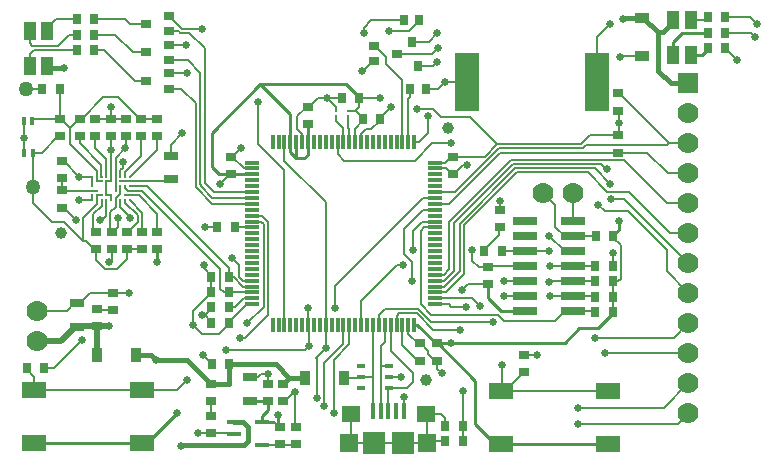
<source format=gtl>
G04*
G04 #@! TF.GenerationSoftware,Altium Limited,Altium Designer,18.1.9 (240)*
G04*
G04 Layer_Physical_Order=1*
G04 Layer_Color=255*
%FSLAX24Y24*%
%MOIN*%
G70*
G01*
G75*
%ADD10C,0.0100*%
%ADD12C,0.0070*%
%ADD28R,0.0787X0.1969*%
%ADD29R,0.0270X0.0350*%
%ADD30R,0.0350X0.0270*%
%ADD31R,0.0433X0.0591*%
%ADD32R,0.0830X0.0550*%
%ADD33R,0.0354X0.0276*%
%ADD34R,0.0276X0.0354*%
%ADD35R,0.0787X0.0250*%
%ADD36R,0.0480X0.0360*%
%ADD37R,0.0472X0.0118*%
%ADD38R,0.0118X0.0472*%
%ADD39C,0.0098*%
%ADD40R,0.0472X0.0177*%
%ADD41R,0.0360X0.0480*%
%ADD42R,0.0500X0.0315*%
%ADD43R,0.0630X0.0551*%
%ADD44R,0.0157X0.0531*%
%ADD45R,0.0748X0.0748*%
%ADD46R,0.0276X0.0177*%
%ADD48C,0.0102*%
%ADD75R,0.0157X0.0276*%
%ADD76C,0.0394*%
%ADD77C,0.0150*%
%ADD78C,0.0200*%
%ADD79C,0.0700*%
%ADD80R,0.0700X0.0700*%
%ADD81R,0.0630X0.0630*%
%ADD82C,0.0500*%
%ADD83C,0.0260*%
D10*
X7250Y9469D02*
X7949D01*
X22585Y13439D02*
X22949D01*
X23150Y13640D01*
Y13680D01*
X21995Y13439D02*
Y13895D01*
X22290Y14190D01*
X23150D01*
X20170Y7620D02*
Y7900D01*
X20000Y7450D02*
X20170Y7620D01*
X20000Y7400D02*
Y7450D01*
X19980Y4840D02*
Y4890D01*
X19490Y4350D02*
X19980Y4840D01*
X18860Y4350D02*
X19490D01*
X18370Y3860D02*
X18860Y4350D01*
X14580Y3860D02*
X18370D01*
X15830Y5330D02*
Y5800D01*
Y5330D02*
X16260Y4900D01*
X17050D01*
X14150Y3830D02*
X14550D01*
X14110D02*
X14150D01*
X14550D02*
X14580Y3860D01*
X6860Y9479D02*
X7209D01*
X8230Y12470D02*
X9228Y11472D01*
Y10551D02*
Y11472D01*
X8230Y12470D02*
X11090D01*
X6620Y10860D02*
X8230Y12470D01*
X11090D02*
X11520Y12040D01*
X6620Y9719D02*
X6860Y9479D01*
X6620Y9719D02*
Y10860D01*
X11520Y12020D02*
Y12040D01*
X9819Y10551D02*
Y11131D01*
X9425Y10000D02*
X9690D01*
X9819Y10129D01*
Y10551D01*
X9425Y10000D02*
Y10551D01*
X9228Y10197D02*
X9425Y10000D01*
X9228Y10197D02*
Y10551D01*
X8810Y1140D02*
Y1440D01*
Y1140D02*
X8900Y1050D01*
X4445Y515D02*
X5440Y1510D01*
X4280Y515D02*
X4445D01*
X700D02*
X4280D01*
X15390Y1150D02*
Y2590D01*
X14150Y3830D02*
X15390Y2590D01*
X13362Y4449D02*
X13451D01*
X14070Y3830D01*
X14110D01*
X16240Y485D02*
X19820D01*
X16055D02*
X16240D01*
X15390Y1150D02*
X16055Y485D01*
X8271Y1200D02*
Y1421D01*
X8470Y1620D01*
Y1900D01*
X7871Y1920D02*
X8450D01*
X2028Y5168D02*
X2121D01*
X4800Y6550D02*
Y6970D01*
X8271Y1200D02*
X8700D01*
D12*
X11670Y14170D02*
Y14360D01*
X11934Y14624D01*
X11610Y12900D02*
X11660D01*
X11994Y13234D01*
X12026D01*
X13810Y10850D02*
Y11400D01*
X13511Y10551D02*
X13810Y10850D01*
X21850Y10500D02*
Y10510D01*
X20190Y12170D02*
X21850Y10510D01*
Y10500D02*
X22500D01*
X21780Y10430D02*
X21850Y10500D01*
X19070Y10430D02*
X21780D01*
X20150Y12170D02*
X20190D01*
X20150Y10770D02*
X20190Y10810D01*
X20150Y11590D02*
X20190Y11550D01*
Y11190D02*
Y11550D01*
Y10810D02*
Y11190D01*
X6590Y5540D02*
Y6090D01*
X19980Y4890D02*
Y5900D01*
X13362Y10551D02*
X13511D01*
X13960Y10510D02*
X14590D01*
X13370Y9920D02*
X13960Y10510D01*
X13746Y12316D02*
X14166D01*
X14400Y12550D01*
X15105D01*
X11934Y14624D02*
X13014D01*
X19435Y12550D02*
Y14045D01*
X19870Y14480D01*
X20230Y13380D02*
X20249Y13399D01*
X20961D01*
X23730Y14190D02*
X24570D01*
X24730Y14030D01*
X24540Y14700D02*
X24770Y14470D01*
X23730Y14700D02*
X24540D01*
X13450Y11630D02*
X13990D01*
X13165Y10551D02*
Y11970D01*
X12968Y10551D02*
Y12612D01*
X12510Y14230D02*
X13180D01*
X13526Y14576D01*
Y14624D01*
X12420Y13160D02*
Y13390D01*
X12064Y13746D02*
X12420Y13390D01*
X12026Y13746D02*
X12064D01*
X12420Y13160D02*
X12968Y12612D01*
X13165Y11970D02*
X13234Y12039D01*
Y12316D01*
X13490Y13064D02*
X13984D01*
X14130Y13210D01*
X12774Y13490D02*
X13940D01*
X14140Y13690D01*
X13270Y13876D02*
X13836D01*
X14130Y14170D01*
X13990Y11630D02*
X14250Y11370D01*
X15212D01*
X16112Y10470D01*
X19230Y10770D02*
X20150D01*
X18930Y10470D02*
X19230Y10770D01*
X16112Y10470D02*
X18930D01*
X20150Y10190D02*
X21120D01*
X16228D02*
X20150D01*
X21120D02*
X21810Y9500D01*
X23071Y14621D02*
X23150Y14700D01*
X22585Y14621D02*
X23071D01*
X23730Y13680D02*
X24130Y13280D01*
X5856Y14190D02*
X6370Y13676D01*
X5560Y14190D02*
X5856D01*
X5516Y14234D02*
X5560Y14190D01*
X5174Y14234D02*
X5516D01*
X5610Y14310D02*
X6300D01*
X5174Y14746D02*
X5610Y14310D01*
X16654Y9810D02*
X19580D01*
X19740Y9650D02*
X19790D01*
X19580Y9810D02*
X19740Y9650D01*
X19390Y9670D02*
X19900Y9160D01*
X16712Y9670D02*
X19390D01*
X19920Y8630D02*
X19940Y8650D01*
X20350D01*
X21770Y6230D02*
Y6960D01*
X20490Y8240D02*
X21770Y6960D01*
X19710Y8240D02*
X20490D01*
X21770Y6230D02*
X22500Y5500D01*
X19490Y8460D02*
X19710Y8240D01*
X19800Y8870D02*
X20530D01*
X7270Y6680D02*
X7510Y6440D01*
Y6060D02*
Y6440D01*
Y6060D02*
X7645Y5925D01*
X7949D01*
X3470Y7710D02*
Y8010D01*
X3310Y7550D02*
X3470Y7710D01*
X3270Y7550D02*
X3310D01*
X3211Y8197D02*
X3409Y8395D01*
X3211Y8134D02*
Y8197D01*
X3210Y8133D02*
X3211Y8134D01*
X3210Y7610D02*
Y8133D01*
Y7610D02*
X3270Y7550D01*
X2880Y7940D02*
X2940D01*
X3090Y8090D01*
X2660Y7650D02*
Y8145D01*
X2935Y8420D01*
X638Y8502D02*
Y10165D01*
X2778Y8481D02*
Y8606D01*
X2320Y8024D02*
X2778Y8481D01*
X2320Y7250D02*
Y8024D01*
X2660Y7650D02*
X2760Y7550D01*
X2320Y7250D02*
X2420D01*
X3880Y8010D02*
Y8050D01*
X3565Y8365D02*
X3880Y8050D01*
X3722Y8528D02*
X4140Y8110D01*
Y7870D02*
Y8110D01*
X3820Y7550D02*
X4140Y7870D01*
X3722Y8528D02*
Y8606D01*
X2196Y9394D02*
X2620D01*
X3780Y7550D02*
X3820D01*
X4290D02*
Y8196D01*
X3880Y8606D02*
X4290Y8196D01*
X4280Y8910D02*
X6890Y6300D01*
X3828Y8910D02*
X4280D01*
X6890Y5660D02*
Y6300D01*
X2220Y11310D02*
X2270D01*
X3000Y12040D01*
X3500D01*
X4220Y11320D01*
X4260D01*
X17010Y3460D02*
X17460D01*
X16385Y2255D02*
X19820D01*
X16240D02*
X16385D01*
X17010Y2880D01*
X1700Y7870D02*
X2320Y7250D01*
X1270Y7870D02*
X1700D01*
X638Y8502D02*
X1270Y7870D01*
X2420Y7250D02*
X2700Y6970D01*
X1630Y9340D02*
X1630Y9340D01*
X1630Y8930D02*
Y9340D01*
Y8930D02*
X1639Y8921D01*
X2778D01*
X4260Y11320D02*
X4770D01*
X2730Y11310D02*
X3240D01*
X2778Y9236D02*
Y9394D01*
X1880Y10490D02*
X2778Y9592D01*
Y9394D02*
Y9592D01*
X1880Y10490D02*
Y11000D01*
X352Y11260D02*
X362Y11250D01*
Y10682D02*
Y11250D01*
Y10165D02*
Y10682D01*
X8160Y10480D02*
Y11880D01*
Y10480D02*
X9031Y9609D01*
Y4449D02*
Y9609D01*
X15136Y5800D02*
X15830D01*
X14946Y5610D02*
X15136Y5800D01*
X13990Y4290D02*
X14870D01*
X13440Y4840D02*
X13990Y4290D01*
X6880Y9150D02*
X7209Y9479D01*
X7250D01*
X11560Y12020D02*
X12210D01*
X11520Y11727D02*
Y12020D01*
X7291Y10059D02*
X7299D01*
X7250D02*
X7291D01*
X7299D02*
X7570Y10330D01*
X7685Y9665D02*
X7949D01*
X7291Y10059D02*
X7685Y9665D01*
X6380Y7710D02*
X6800D01*
X1340Y3010D02*
X2280Y3950D01*
X1020Y3010D02*
X1340D01*
X440Y2970D02*
Y3010D01*
Y2970D02*
X700Y2710D01*
Y2285D02*
Y2710D01*
X680Y13610D02*
X2120D01*
X1470Y13750D02*
X1840Y14120D01*
X622Y13750D02*
X1470D01*
X1840Y14120D02*
X2120D01*
X6370Y9190D02*
Y13676D01*
X15702Y10060D02*
X16112Y10470D01*
X14718Y8878D02*
X16170Y10330D01*
X14522Y8484D02*
X16228Y10190D01*
X19730Y3500D02*
X22500D01*
X22020Y4020D02*
X22500Y4500D01*
X19370Y4020D02*
X22020D01*
X10120Y2020D02*
Y3340D01*
X10100Y3360D02*
X10120Y3340D01*
X10360Y1740D02*
Y3178D01*
X10670Y3290D02*
X11197Y3817D01*
X10670Y1500D02*
Y3290D01*
X10360Y3178D02*
X11000Y3818D01*
X10100Y3360D02*
X10409Y3669D01*
X22160Y1160D02*
X22500Y1500D01*
X18820Y1160D02*
X22160D01*
X21670Y1670D02*
X22500Y2500D01*
X18820Y1670D02*
X21670D01*
X14980Y1090D02*
Y2240D01*
X14970Y1080D02*
X14980Y1090D01*
X9713Y3620D02*
X9852Y3758D01*
X7070Y3620D02*
X9713D01*
X5444Y2285D02*
X5769Y2610D01*
X4280Y2285D02*
X5444D01*
X8490Y4780D02*
Y7890D01*
X7710Y4000D02*
X8490Y4780D01*
X7540Y4000D02*
X7710D01*
X9360Y2220D02*
X9400D01*
X9040Y1900D02*
X9360Y2220D01*
X9400Y1060D02*
Y2220D01*
Y1060D02*
X9410Y1050D01*
X16280Y2295D02*
Y3120D01*
X16240Y2255D02*
X16280Y2295D01*
X9852Y3758D02*
Y4416D01*
X10409Y3669D02*
Y4449D01*
X6160Y840D02*
X6590D01*
X6332Y3440D02*
X6610Y3162D01*
Y3130D02*
Y3162D01*
X3310Y5520D02*
X3840D01*
X700Y2285D02*
X4280D01*
X9819Y4449D02*
X9852Y4416D01*
X11000Y3818D02*
Y4449D01*
X11197Y3817D02*
Y4449D01*
X12230Y11350D02*
X12580Y11700D01*
X12230Y11310D02*
Y11350D01*
X10803Y10137D02*
Y10551D01*
Y10137D02*
X11020Y9920D01*
X13370D01*
X9810Y4458D02*
X9819Y4449D01*
X9810Y4458D02*
Y5000D01*
X10720Y5740D02*
X13661Y8681D01*
X10720Y5000D02*
Y5740D01*
X9031Y9909D02*
Y10551D01*
Y9909D02*
X10409Y8531D01*
Y4449D02*
Y8531D01*
X13661Y8681D02*
X14051D01*
X13012Y6804D02*
Y7642D01*
Y6804D02*
X13280Y6535D01*
Y5900D02*
Y6535D01*
X15830Y6400D02*
X17050D01*
X15510Y6380D02*
X15830D01*
X15300Y6590D02*
Y6940D01*
Y6590D02*
X15510Y6380D01*
X15030Y6132D02*
Y7790D01*
X14870Y6232D02*
Y7828D01*
X13012Y7642D02*
X13660Y8290D01*
X13310Y6960D02*
Y7570D01*
X13634Y7894D01*
X14051D01*
X12790Y6430D02*
X12980D01*
X11591Y5231D02*
X12790Y6430D01*
X11591Y4449D02*
Y5231D01*
X20350Y8650D02*
X22500Y6500D01*
X21900Y7500D02*
X22500D01*
X20530Y8870D02*
X21900Y7500D01*
X21800Y8500D02*
X22500D01*
X20350Y9950D02*
X21800Y8500D01*
X16596Y9950D02*
X20350D01*
X19140Y9530D02*
X19800Y8870D01*
X16770Y9530D02*
X19140D01*
X21810Y9500D02*
X22500D01*
X16586Y9940D02*
X16596Y9950D01*
X16580Y9940D02*
X16586D01*
X16609Y9769D02*
X16613D01*
X14700Y7860D02*
X16609Y9769D01*
X14520Y7880D02*
X16580Y9940D01*
X14520Y6300D02*
Y7880D01*
X16613Y9769D02*
X16654Y9810D01*
X14700Y6260D02*
Y7860D01*
X14870Y7828D02*
X16712Y9670D01*
X15030Y7790D02*
X16770Y9530D01*
X14429Y5531D02*
X15030Y6132D01*
X14051Y5531D02*
X14429D01*
X14650Y6012D02*
X14870Y6232D01*
X14650Y6010D02*
Y6012D01*
X14368Y5728D02*
X14650Y6010D01*
X14051Y5728D02*
X14368D01*
X14365Y5925D02*
X14700Y6260D01*
X14051Y5925D02*
X14365D01*
X13660Y8290D02*
X14049D01*
X14342Y6122D02*
X14520Y6300D01*
X17050Y6900D02*
X17840D01*
X14049Y8290D02*
X14051Y8287D01*
Y5925D02*
X14076Y5900D01*
X14051Y6122D02*
X14342D01*
X15271Y5335D02*
X15536Y5070D01*
X13919Y4791D02*
X16139D01*
X14051Y5335D02*
X15271D01*
X16139Y4791D02*
X16350Y4580D01*
X13580Y5130D02*
X13919Y4791D01*
X14590Y5050D02*
X15100D01*
X14502Y5138D02*
X14590Y5050D01*
X14051Y5138D02*
X14502D01*
X13500Y4980D02*
X13930Y4550D01*
X16000D01*
X17870Y6400D02*
X18650D01*
X17880Y5400D02*
X18650D01*
X17840Y5870D02*
X17870Y5900D01*
X18650D01*
X14970Y9770D02*
X15120D01*
X14680Y9480D02*
X14970Y9770D01*
X14640Y9480D02*
X14680D01*
X16350Y4580D02*
X18050D01*
X18370Y4900D01*
X16340Y5400D02*
X17050D01*
X16340Y5900D02*
X17050D01*
X13687Y7697D02*
X14051D01*
X13580Y7590D02*
X13687Y7697D01*
X13580Y5130D02*
Y7590D01*
X12370Y4980D02*
X13500D01*
X12181Y4791D02*
X12370Y4980D01*
X12181Y4449D02*
Y4791D01*
X12863Y4840D02*
X13440D01*
X12772Y4748D02*
X12863Y4840D01*
X12772Y4449D02*
Y4748D01*
X18370Y4900D02*
X18650D01*
X17860Y7420D02*
X18380Y6900D01*
X18650D01*
X12244Y3736D02*
X12378Y3870D01*
X12244Y1577D02*
Y3736D01*
X12378Y3870D02*
Y4070D01*
Y4449D01*
X8470Y2480D02*
Y2810D01*
X8148Y2708D02*
X8250Y2810D01*
X7871Y2708D02*
X8148D01*
X8359Y2480D02*
X8470D01*
X8250Y2810D02*
X8470D01*
X5249Y10459D02*
X5620Y10830D01*
X5249Y10085D02*
Y10459D01*
X14110Y2990D02*
X14270Y2830D01*
X14110Y2990D02*
Y3250D01*
X11549Y2691D02*
X11578Y2720D01*
X11011Y2691D02*
X11549D01*
X8990Y1900D02*
X9040D01*
X7871Y2708D02*
X7899Y2680D01*
X7352Y840D02*
X7366Y826D01*
X6590Y840D02*
X7352D01*
X6580Y1430D02*
X6590Y1420D01*
X6580Y1430D02*
Y1910D01*
X8450Y1920D02*
X8470Y1900D01*
X13012Y1577D02*
Y2062D01*
X14050Y3250D02*
X14110D01*
X13830Y3470D02*
X14050Y3250D01*
X13830Y3470D02*
Y3590D01*
X13590Y3830D02*
X13830Y3590D01*
X13540Y3830D02*
X13590D01*
X12968Y3781D02*
Y4449D01*
Y3781D02*
X13500Y3250D01*
X13540D01*
X13490Y3830D02*
X13540D01*
X13165Y4155D02*
X13490Y3830D01*
X13165Y4155D02*
Y4449D01*
X14970Y570D02*
Y1080D01*
X11374Y10571D02*
Y10994D01*
X11650Y11270D01*
Y11310D01*
X9770Y11720D02*
X9810D01*
X9460Y11410D02*
X9770Y11720D01*
X9460Y10990D02*
Y11410D01*
Y10990D02*
X9622Y10828D01*
Y10551D02*
Y10828D01*
X12230Y11260D02*
Y11310D01*
X11934Y10964D02*
X12230Y11260D01*
X11744Y10964D02*
X11934D01*
X11591Y10811D02*
X11744Y10964D01*
X11591Y10551D02*
Y10811D01*
X11650Y11310D02*
Y11350D01*
X11419Y11581D02*
X11650Y11350D01*
X11374Y11581D02*
X11419D01*
X11374D02*
X11520Y11727D01*
X11374Y10571D02*
X11394Y10551D01*
X11147Y11581D02*
X11374D01*
X10450Y12020D02*
X10940D01*
X10146D02*
X10450D01*
X10753Y11717D01*
X9810Y11720D02*
X9846D01*
X10146Y12020D01*
X10753Y11581D02*
Y11717D01*
X11197Y10551D02*
Y10964D01*
X11147Y11014D02*
X11197Y10964D01*
X11147Y11014D02*
Y11419D01*
X11000Y10551D02*
Y11000D01*
X10753Y11247D02*
X11000Y11000D01*
X10753Y11247D02*
Y11419D01*
X8340Y5050D02*
Y7820D01*
X7800Y4510D02*
X8340Y5050D01*
X2121Y5168D02*
X2213D01*
X2565Y5520D01*
X3310D01*
X1780Y4920D02*
X2028Y5168D01*
X770Y4920D02*
X1780D01*
X2790Y4990D02*
X2840Y4940D01*
X3310D01*
X2121Y4380D02*
X2151Y4410D01*
X2040Y4380D02*
X2121D01*
X6080Y9030D02*
Y11840D01*
X5596Y12324D02*
X6080Y11840D01*
X5174Y12324D02*
X5596D01*
X5174Y13786D02*
X5744D01*
X5174Y12836D02*
X5784D01*
X6230Y9132D02*
Y12850D01*
X5806Y13274D02*
X6230Y12850D01*
X5174Y13274D02*
X5806D01*
X8280Y460D02*
X9320D01*
X9410D01*
X9330Y470D02*
X9410D01*
X9320Y460D02*
X9330Y470D01*
X13799Y523D02*
X13846Y570D01*
X14390D01*
Y1080D02*
Y1350D01*
X14246Y1494D02*
X14390Y1350D01*
X13760Y1494D02*
X14246D01*
X13760D02*
X13799Y1454D01*
Y523D02*
Y1454D01*
X12972Y523D02*
X13799D01*
X12028D02*
X12972D01*
X11201D02*
X12028D01*
X11201D02*
X11240Y563D01*
Y1493D01*
X12764Y2346D02*
X13106D01*
X13310Y2550D01*
Y2850D01*
X12575Y3585D02*
X13310Y2850D01*
X12575Y3585D02*
Y4449D01*
X12522Y2720D02*
X12930D01*
X12500Y1577D02*
Y2324D01*
X11970Y2720D02*
Y4435D01*
X11984Y4449D01*
X11970Y1595D02*
X11988Y1577D01*
X11970Y1595D02*
Y2720D01*
X11578D02*
X11970D01*
X12522Y2346D02*
X12764D01*
X12248Y3094D02*
X12522D01*
X14640Y10060D02*
X15702D01*
X16170Y10330D02*
X18970D01*
X19070Y10430D01*
X14051Y8484D02*
X14522D01*
X14051Y8878D02*
X14718D01*
X16220Y8280D02*
Y8570D01*
X16200Y7440D02*
Y7680D01*
X14590Y9480D02*
X14640D01*
X14405Y9665D02*
X14590Y9480D01*
X14051Y9665D02*
X14405D01*
X14590Y10060D02*
X14640D01*
X14392Y9862D02*
X14590Y10060D01*
X14051Y9862D02*
X14392D01*
X15700Y6940D02*
X16200Y7440D01*
X15700Y6900D02*
Y6940D01*
X16280Y6900D02*
X16280Y6900D01*
X17050D01*
X19980Y6420D02*
Y6850D01*
X20000Y7360D02*
Y7400D01*
Y7360D02*
X20250Y7110D01*
Y5990D02*
Y7110D01*
X20160Y5900D02*
X20250Y5990D01*
X19980Y5900D02*
X20160D01*
X18650Y7400D02*
X19420D01*
X19390Y4900D02*
X19400Y4890D01*
X18650Y4900D02*
X19390D01*
X19380Y5400D02*
X19390Y5390D01*
X18650Y5400D02*
X19380D01*
X18650Y5900D02*
X19400D01*
X18650Y6400D02*
X18670Y6420D01*
X19400D01*
X18370Y7400D02*
X18650D01*
X18050Y7720D02*
X18370Y7400D01*
X18050Y7720D02*
Y8430D01*
X17650Y8830D02*
X18050Y8430D01*
X18650Y7900D02*
X18650Y7900D01*
X18650Y7900D02*
Y8830D01*
X6230Y9132D02*
X6240Y9122D01*
Y9075D02*
Y9122D01*
X6080Y9030D02*
X6626Y8484D01*
X7949D01*
X6240Y9075D02*
X6634Y8681D01*
X7949D01*
X6370Y9190D02*
X6682Y8878D01*
X7949D01*
X8289Y8091D02*
X8490Y7890D01*
X7949Y8091D02*
X8289D01*
X8266Y7894D02*
X8340Y7820D01*
X7949Y7894D02*
X8266D01*
X3730Y10340D02*
X3750Y10360D01*
Y10730D01*
X4260Y10090D02*
Y10740D01*
X5158Y10085D02*
X5249D01*
X3565Y9236D02*
X5188D01*
X4770Y10284D02*
Y10740D01*
X3880Y9394D02*
X4770Y10284D01*
X6340Y6340D02*
Y6440D01*
Y6340D02*
X6590Y6090D01*
Y5510D02*
Y5540D01*
X6000Y4920D02*
X6590Y5510D01*
X6000Y4430D02*
Y4920D01*
Y4430D02*
X6300Y4130D01*
X6840D01*
X7180Y4470D01*
Y4520D01*
X6380Y4770D02*
X6600Y4550D01*
X6290Y4780D02*
X6390D01*
X6600Y4990D01*
Y5030D01*
Y4520D02*
Y4550D01*
X7180Y4520D02*
Y4545D01*
X7772Y5138D01*
X7949D01*
X7180Y5030D02*
X7390D01*
X7695Y5335D01*
X7949D01*
X7180Y6050D02*
Y6340D01*
X4441Y9079D02*
X7180Y6340D01*
Y6050D02*
X7340D01*
X7662Y5728D01*
X7949D01*
X7170Y5540D02*
X7179Y5531D01*
X7949D01*
X3880Y9079D02*
X4441D01*
X6890Y5660D02*
X7010Y5540D01*
X7170D01*
X7393Y7697D02*
X7949D01*
X8700Y1200D02*
X8850Y1050D01*
X8900D01*
X8271Y452D02*
X8280Y460D01*
X638Y10165D02*
X935D01*
X1500Y10730D01*
X1540D01*
X1540Y11310D02*
Y12310D01*
X628Y11260D02*
X678Y11310D01*
X1540D01*
X420Y12300D02*
X430Y12310D01*
X960D01*
X2070Y7960D02*
X2100D01*
X1680Y8350D02*
X2070Y7960D01*
X1630Y8350D02*
X1680D01*
X1670Y9920D02*
X2196Y9394D01*
X3722Y9015D02*
X3828Y8910D01*
X3722Y9015D02*
Y9079D01*
X3093Y9394D02*
Y9967D01*
X2730Y10330D02*
X3093Y9967D01*
X2730Y10330D02*
Y10730D01*
X3240D02*
X3250Y10720D01*
Y10280D02*
Y10720D01*
Y9394D02*
Y10280D01*
X1880Y11000D02*
Y11010D01*
X1580Y11300D02*
X1880Y11000D01*
Y11010D02*
X2180Y11310D01*
X2220D01*
X3780Y6630D02*
Y6970D01*
X3460Y6310D02*
X3780Y6630D01*
X3064Y6310D02*
X3460D01*
X2760Y6614D02*
X3064Y6310D01*
X2760Y6614D02*
Y6970D01*
X3170Y6540D02*
X3270Y6580D01*
Y6970D01*
X2700D02*
X2720D01*
X3780D02*
X4290D01*
X4800Y7550D02*
Y8140D01*
X4176Y8764D02*
X4800Y8140D01*
X3722Y8764D02*
X4176D01*
X3565Y8365D02*
Y8606D01*
X3090Y8090D02*
Y8183D01*
X2935Y8420D02*
Y8606D01*
X3091Y8184D02*
Y8605D01*
X3090Y8183D02*
X3091Y8184D01*
X3240Y11310D02*
Y11720D01*
X1630Y9920D02*
X1670D01*
X2176Y8606D02*
X2620D01*
X3240Y11310D02*
X3750D01*
X1420Y14630D02*
X2120D01*
X4040Y12580D02*
X4426D01*
X3010Y13610D02*
X4040Y12580D01*
X2700Y13610D02*
X3010D01*
X3980Y13530D02*
X4426D01*
X3390Y14120D02*
X3980Y13530D01*
X2700Y14120D02*
X3390D01*
X3870Y14490D02*
X4426D01*
X3730Y14630D02*
X3870Y14490D01*
X2700Y14630D02*
X3730D01*
X1125Y14251D02*
Y14335D01*
X1420Y14630D01*
X535Y13837D02*
Y14251D01*
Y13837D02*
X622Y13750D01*
X535Y13069D02*
Y13465D01*
X680Y13610D01*
X3565Y9394D02*
Y9610D01*
X3650Y9695D01*
Y9880D01*
X2934Y9395D02*
Y9796D01*
X2220Y10510D02*
X2934Y9796D01*
X2220Y10510D02*
Y10730D01*
X3722Y9552D02*
X4260Y10090D01*
X3722Y9394D02*
Y9552D01*
X3407Y10017D02*
X3730Y10340D01*
X3407Y9394D02*
Y10017D01*
X2934Y9395D02*
X2935Y9394D01*
X2700Y13560D02*
Y13610D01*
X3409Y8395D02*
Y8671D01*
X3565Y8827D01*
Y9079D01*
X2778Y9236D02*
X2935D01*
X2620D02*
Y9394D01*
Y9079D02*
Y9236D01*
Y8606D02*
Y8764D01*
X2778Y8606D02*
Y8764D01*
X2935D01*
X3093Y9079D02*
Y9236D01*
Y8921D02*
Y9079D01*
Y8764D02*
Y8921D01*
X3250Y8606D02*
Y8764D01*
X3093D02*
X3250D01*
X3093Y9236D02*
X3250D01*
Y9394D01*
X3407Y9236D02*
Y9394D01*
Y9079D02*
Y9236D01*
Y8921D02*
Y9079D01*
D28*
X15105Y12550D02*
D03*
X19435D02*
D03*
D29*
X10940Y12020D02*
D03*
X11520Y12020D02*
D03*
X23730Y14700D02*
D03*
X23150Y14700D02*
D03*
X23730Y13680D02*
D03*
X23150Y13680D02*
D03*
X23730Y14190D02*
D03*
X23150Y14190D02*
D03*
X2700Y13610D02*
D03*
X2120Y13610D02*
D03*
X2700Y14120D02*
D03*
X2120Y14120D02*
D03*
X2700Y14630D02*
D03*
X2120Y14630D02*
D03*
X440Y3010D02*
D03*
X1020Y3010D02*
D03*
X7180Y4520D02*
D03*
X6600Y4520D02*
D03*
X11650Y11310D02*
D03*
X12230Y11310D02*
D03*
X19980Y5900D02*
D03*
X19400Y5900D02*
D03*
X19970Y5390D02*
D03*
X19390Y5390D02*
D03*
X19980Y4890D02*
D03*
X19400Y4890D02*
D03*
Y6420D02*
D03*
X19980Y6420D02*
D03*
X7180Y5030D02*
D03*
X6600Y5030D02*
D03*
X20000Y7400D02*
D03*
X19420Y7400D02*
D03*
X6800Y7710D02*
D03*
X7380Y7710D02*
D03*
X16280Y6900D02*
D03*
X15700Y6900D02*
D03*
X6590Y5540D02*
D03*
X7170Y5540D02*
D03*
X6600Y6050D02*
D03*
X7180Y6050D02*
D03*
X7190Y3130D02*
D03*
X6610Y3130D02*
D03*
X14390Y570D02*
D03*
X14970Y570D02*
D03*
X14390Y1080D02*
D03*
X14970Y1080D02*
D03*
X1540Y12310D02*
D03*
X960Y12310D02*
D03*
D30*
X1630Y9920D02*
D03*
X1630Y9340D02*
D03*
X1630Y8930D02*
D03*
X1630Y8350D02*
D03*
X2790Y4990D02*
D03*
X2790Y4410D02*
D03*
X4800Y6970D02*
D03*
X4800Y7550D02*
D03*
X3270D02*
D03*
X3270Y6970D02*
D03*
X2730Y11310D02*
D03*
X2730Y10730D02*
D03*
X3750Y11310D02*
D03*
X3750Y10730D02*
D03*
X3240Y11310D02*
D03*
X3240Y10730D02*
D03*
X2220D02*
D03*
X2220Y11310D02*
D03*
X4260Y10740D02*
D03*
X4260Y11320D02*
D03*
X4770Y10740D02*
D03*
X4770Y11320D02*
D03*
X2760Y7550D02*
D03*
X2760Y6970D02*
D03*
X1540Y11310D02*
D03*
X1540Y10730D02*
D03*
X4290Y7550D02*
D03*
X4290Y6970D02*
D03*
X3780Y7550D02*
D03*
X3780Y6970D02*
D03*
X17010Y2880D02*
D03*
X17010Y3460D02*
D03*
X9810Y11140D02*
D03*
X9810Y11720D02*
D03*
X7250Y9479D02*
D03*
X7250Y10059D02*
D03*
X14110Y3830D02*
D03*
X14110Y3250D02*
D03*
X14640Y10060D02*
D03*
X14640Y9480D02*
D03*
X15830Y6380D02*
D03*
X15830Y5800D02*
D03*
X13540Y3250D02*
D03*
X13540Y3830D02*
D03*
X16220Y7700D02*
D03*
Y8280D02*
D03*
X20150Y10770D02*
D03*
X20150Y10190D02*
D03*
X20150Y11590D02*
D03*
X20150Y12170D02*
D03*
X8470Y1900D02*
D03*
X8470Y2480D02*
D03*
X8900Y1050D02*
D03*
X8900Y470D02*
D03*
X6580Y2490D02*
D03*
X6580Y1910D02*
D03*
X8990Y2480D02*
D03*
X8990Y1900D02*
D03*
X9410Y1050D02*
D03*
X9410Y470D02*
D03*
X6590Y1420D02*
D03*
Y840D02*
D03*
X3310Y4940D02*
D03*
Y5520D02*
D03*
D31*
X21995Y14621D02*
D03*
X22585D02*
D03*
X22585Y13439D02*
D03*
X21995Y13439D02*
D03*
X1125Y13069D02*
D03*
X535D02*
D03*
X535Y14251D02*
D03*
X1125D02*
D03*
D32*
X16240Y2255D02*
D03*
X19820D02*
D03*
X16240Y485D02*
D03*
X19820D02*
D03*
X700Y2285D02*
D03*
X4280D02*
D03*
X700Y515D02*
D03*
X4280D02*
D03*
D33*
X12026Y13234D02*
D03*
Y13746D02*
D03*
X12774Y13490D02*
D03*
X5174Y14746D02*
D03*
Y14234D02*
D03*
X4426Y14490D02*
D03*
X5174Y13786D02*
D03*
Y13274D02*
D03*
X4426Y13530D02*
D03*
X5174Y12836D02*
D03*
Y12324D02*
D03*
X4426Y12580D02*
D03*
D34*
X13746Y12316D02*
D03*
X13234D02*
D03*
X13490Y13064D02*
D03*
X13014Y14624D02*
D03*
X13526D02*
D03*
X13270Y13876D02*
D03*
D35*
X17050Y4900D02*
D03*
X18650Y5900D02*
D03*
Y4900D02*
D03*
Y5400D02*
D03*
Y6400D02*
D03*
X17050Y6900D02*
D03*
X18650Y7400D02*
D03*
X17050Y7900D02*
D03*
Y7400D02*
D03*
X18650Y7900D02*
D03*
Y6900D02*
D03*
X17050Y5400D02*
D03*
Y5900D02*
D03*
Y6400D02*
D03*
D36*
X20961Y14689D02*
D03*
Y13399D02*
D03*
D37*
X7949Y5138D02*
D03*
X14051D02*
D03*
Y5335D02*
D03*
Y5531D02*
D03*
Y5728D02*
D03*
Y5925D02*
D03*
Y6122D02*
D03*
Y6319D02*
D03*
Y6516D02*
D03*
Y6713D02*
D03*
Y6909D02*
D03*
Y7106D02*
D03*
Y7303D02*
D03*
Y7500D02*
D03*
Y7697D02*
D03*
Y7894D02*
D03*
Y8091D02*
D03*
Y8287D02*
D03*
Y8484D02*
D03*
Y8681D02*
D03*
Y8878D02*
D03*
Y9075D02*
D03*
Y9272D02*
D03*
Y9469D02*
D03*
Y9665D02*
D03*
Y9862D02*
D03*
X7949Y5335D02*
D03*
Y5531D02*
D03*
Y5728D02*
D03*
Y5925D02*
D03*
Y6122D02*
D03*
Y6319D02*
D03*
Y6516D02*
D03*
Y6713D02*
D03*
Y6909D02*
D03*
Y7106D02*
D03*
Y7303D02*
D03*
Y7500D02*
D03*
Y7697D02*
D03*
Y7894D02*
D03*
Y8091D02*
D03*
Y8287D02*
D03*
Y8484D02*
D03*
Y8681D02*
D03*
Y8878D02*
D03*
Y9075D02*
D03*
Y9272D02*
D03*
Y9469D02*
D03*
Y9665D02*
D03*
Y9862D02*
D03*
D38*
X8638Y4449D02*
D03*
X8835D02*
D03*
X9031D02*
D03*
X9228D02*
D03*
X9425D02*
D03*
X9622D02*
D03*
X9819D02*
D03*
X10016D02*
D03*
X10213D02*
D03*
X10409D02*
D03*
X10606D02*
D03*
X10803D02*
D03*
X11000D02*
D03*
X11197D02*
D03*
X11394D02*
D03*
X11591D02*
D03*
X11787D02*
D03*
X11984D02*
D03*
X12181D02*
D03*
X12378D02*
D03*
X12575D02*
D03*
X12772D02*
D03*
X12968D02*
D03*
X13165D02*
D03*
X8638Y10551D02*
D03*
X8835D02*
D03*
X9031D02*
D03*
X9228D02*
D03*
X9425D02*
D03*
X9622D02*
D03*
X9819D02*
D03*
X10016D02*
D03*
X10213D02*
D03*
X10409D02*
D03*
X10606D02*
D03*
X10803D02*
D03*
X11000D02*
D03*
X11197D02*
D03*
X11394D02*
D03*
X11591D02*
D03*
X11787D02*
D03*
X11984D02*
D03*
X12181D02*
D03*
X12378D02*
D03*
X12575D02*
D03*
X12772D02*
D03*
X12968D02*
D03*
X13165D02*
D03*
X13362Y4449D02*
D03*
Y10551D02*
D03*
D39*
X10753Y11581D02*
D03*
X11147D02*
D03*
Y11419D02*
D03*
X10753D02*
D03*
D40*
X8271Y452D02*
D03*
X7366Y826D02*
D03*
X7366Y1200D02*
D03*
X7366Y452D02*
D03*
X8271Y1200D02*
D03*
D41*
X11011Y2691D02*
D03*
X9721D02*
D03*
X4091Y3461D02*
D03*
X2801D02*
D03*
D42*
X7871Y2708D02*
D03*
X7871Y1920D02*
D03*
X5249Y9297D02*
D03*
X5249Y10085D02*
D03*
X2121Y5168D02*
D03*
X2121Y4380D02*
D03*
D43*
X13760Y1494D02*
D03*
X11240Y1493D02*
D03*
D44*
X11988Y1577D02*
D03*
X12244D02*
D03*
X12500D02*
D03*
X12756D02*
D03*
X13012D02*
D03*
D45*
X12028Y523D02*
D03*
X12972D02*
D03*
D46*
X11578Y3094D02*
D03*
Y2720D02*
D03*
Y2346D02*
D03*
X12522Y3094D02*
D03*
Y2720D02*
D03*
Y2346D02*
D03*
D48*
X2620Y8606D02*
D03*
Y8764D02*
D03*
Y9079D02*
D03*
Y9236D02*
D03*
Y9394D02*
D03*
X2778Y8606D02*
D03*
Y8764D02*
D03*
Y8921D02*
D03*
Y9236D02*
D03*
X2935Y8606D02*
D03*
Y8764D02*
D03*
Y9236D02*
D03*
X3093Y8606D02*
D03*
Y8764D02*
D03*
Y8921D02*
D03*
Y9079D02*
D03*
Y9236D02*
D03*
X3250Y8606D02*
D03*
Y8764D02*
D03*
Y9236D02*
D03*
X3407Y8921D02*
D03*
Y9079D02*
D03*
Y9236D02*
D03*
X3565Y8606D02*
D03*
Y9079D02*
D03*
Y9236D02*
D03*
X3722Y8606D02*
D03*
Y8764D02*
D03*
Y9079D02*
D03*
X3880Y8606D02*
D03*
Y9079D02*
D03*
X2778Y9394D02*
D03*
X2935D02*
D03*
X3093D02*
D03*
X3250D02*
D03*
X3407D02*
D03*
X3565D02*
D03*
X3722D02*
D03*
X3880D02*
D03*
D75*
X628Y11260D02*
D03*
X352D02*
D03*
X638Y10165D02*
D03*
X362D02*
D03*
D76*
X14500Y11000D02*
D03*
X1600Y7500D02*
D03*
X13750Y2600D02*
D03*
D77*
X20961Y14689D02*
X21001D01*
X21490Y14200D01*
X21640D01*
X21995Y14555D01*
Y14621D01*
X21490Y12920D02*
Y14200D01*
Y12920D02*
X21910Y12500D01*
X7200Y2490D02*
Y3140D01*
X1165Y13030D02*
X1175Y13040D01*
X20330Y14640D02*
X20379Y14689D01*
X20961D01*
X4091Y3461D02*
X4590D01*
X4760Y3291D01*
X5600Y420D02*
X5632Y452D01*
X7366D01*
X1195Y13020D02*
X1690D01*
X1175Y13040D02*
X1195Y13020D01*
X1125Y13069D02*
X1165Y13030D01*
X21910Y12500D02*
X22500D01*
X5779Y3291D02*
X6580Y2490D01*
X4760Y3291D02*
X5779D01*
X8753Y3140D02*
X9201Y2691D01*
X8990Y2480D02*
X9201Y2691D01*
X7200Y3140D02*
X8753D01*
X7640Y1200D02*
X7810Y1030D01*
Y580D02*
Y1030D01*
X7682Y452D02*
X7810Y580D01*
X7366Y452D02*
X7682D01*
X7366Y1200D02*
X7640D01*
X6580Y2490D02*
X7200D01*
X9201Y2691D02*
X9721D01*
D78*
X2790Y4410D02*
X2800Y4420D01*
X3170D01*
X2790Y4410D02*
X2801Y4399D01*
Y3461D02*
Y4399D01*
X2151Y4410D02*
X2790D01*
X1580Y3920D02*
X2040Y4380D01*
X770Y3920D02*
X1580D01*
D79*
X770Y4920D02*
D03*
Y3920D02*
D03*
X17650Y8830D02*
D03*
X18650D02*
D03*
X22500Y11500D02*
D03*
Y10500D02*
D03*
Y9500D02*
D03*
Y8500D02*
D03*
Y7500D02*
D03*
Y6500D02*
D03*
Y5500D02*
D03*
Y4500D02*
D03*
Y3500D02*
D03*
Y2500D02*
D03*
Y1500D02*
D03*
D80*
Y12500D02*
D03*
D81*
X11201Y523D02*
D03*
X13799D02*
D03*
D82*
X420Y12300D02*
D03*
X640Y9040D02*
D03*
D83*
X11670Y14170D02*
D03*
X13810Y11400D02*
D03*
X20190Y11190D02*
D03*
X14590Y10510D02*
D03*
X14400Y12550D02*
D03*
X13450Y11630D02*
D03*
X12510Y14230D02*
D03*
X14130Y13210D02*
D03*
X14140Y13690D02*
D03*
X14130Y14170D02*
D03*
X20330Y14640D02*
D03*
X19870Y14480D02*
D03*
X24770Y14470D02*
D03*
X24730Y14030D02*
D03*
X20230Y13380D02*
D03*
X24130Y13280D02*
D03*
X6300Y14310D02*
D03*
X19790Y9650D02*
D03*
X19920Y8630D02*
D03*
X19900Y9160D02*
D03*
X20170Y7900D02*
D03*
X19490Y8460D02*
D03*
X7270Y6680D02*
D03*
X3470Y8010D02*
D03*
X2880Y7940D02*
D03*
X3880Y8010D02*
D03*
X17460Y3460D02*
D03*
X362Y10682D02*
D03*
X11610Y12900D02*
D03*
X8160Y11880D02*
D03*
X14580Y3860D02*
D03*
X14946Y5610D02*
D03*
X14870Y4290D02*
D03*
X6880Y9150D02*
D03*
X12210Y12020D02*
D03*
X7570Y10330D02*
D03*
X6380Y7710D02*
D03*
X4760Y3291D02*
D03*
X5600Y420D02*
D03*
X1690Y13020D02*
D03*
X19730Y3500D02*
D03*
X19370Y4020D02*
D03*
X10120Y2020D02*
D03*
X10360Y1740D02*
D03*
X10670Y1500D02*
D03*
X18820Y1160D02*
D03*
Y1670D02*
D03*
X14980Y2240D02*
D03*
X7070Y3620D02*
D03*
X5769Y2610D02*
D03*
X7540Y4000D02*
D03*
X8810Y1440D02*
D03*
X9400Y2220D02*
D03*
X16280Y3120D02*
D03*
X9852Y3758D02*
D03*
X10409Y3669D02*
D03*
X6000Y4430D02*
D03*
X5440Y1510D02*
D03*
X6160Y840D02*
D03*
X6332Y3440D02*
D03*
X3840Y5520D02*
D03*
X2280Y3950D02*
D03*
X12580Y11700D02*
D03*
X9810Y5000D02*
D03*
X10720D02*
D03*
X15300Y6940D02*
D03*
X13310Y6960D02*
D03*
X13280Y5900D02*
D03*
X12980Y6430D02*
D03*
X17840Y6900D02*
D03*
X15536Y5070D02*
D03*
X15100Y5050D02*
D03*
X16000Y4550D02*
D03*
X17880Y5400D02*
D03*
X17870Y6400D02*
D03*
X17840Y5870D02*
D03*
X15120Y9770D02*
D03*
X16340Y5400D02*
D03*
Y5900D02*
D03*
X17860Y7420D02*
D03*
X7800Y4510D02*
D03*
X5620Y10830D02*
D03*
X3170Y4420D02*
D03*
X14270Y2830D02*
D03*
X8470Y2810D02*
D03*
X13012Y2062D02*
D03*
X10450Y12020D02*
D03*
X4800Y6550D02*
D03*
X5784Y12836D02*
D03*
X5744Y13786D02*
D03*
X12930Y2720D02*
D03*
X16220Y8570D02*
D03*
X19980Y6850D02*
D03*
X6340Y6440D02*
D03*
X6290Y4780D02*
D03*
X2100Y7960D02*
D03*
X3170Y6540D02*
D03*
X3240Y11720D02*
D03*
X2200Y9395D02*
D03*
X2176Y8606D02*
D03*
X3650Y9880D02*
D03*
X3730Y10340D02*
D03*
X3250Y10280D02*
D03*
M02*

</source>
